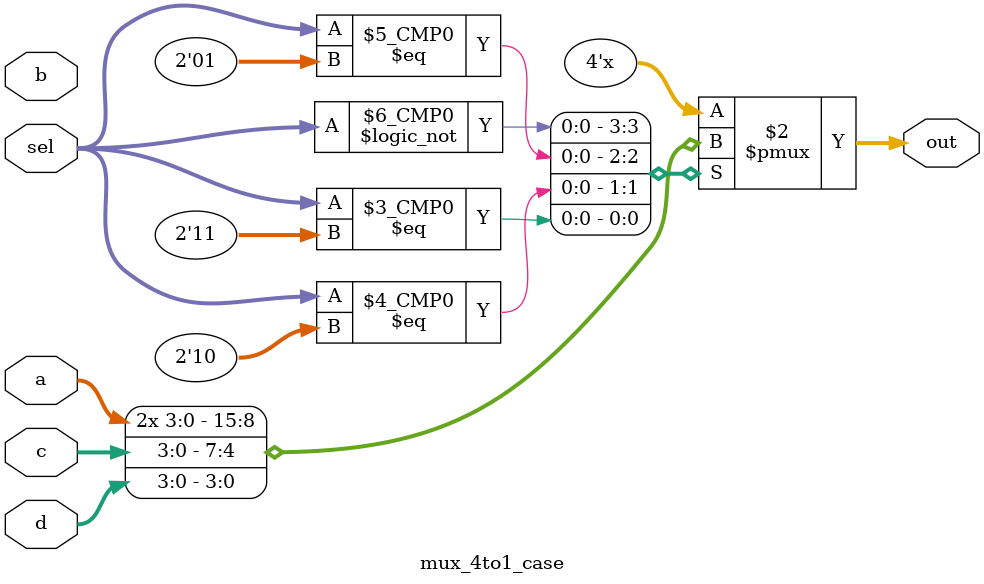
<source format=v>
module mux_4to1_case ( input [3:0] a,                 // 4-bit input called a
                       input [3:0] b,                 // 4-bit input called b
                       input [3:0] c,                 // 4-bit input called c
                       input [3:0] d,                 // 4-bit input called d
                       input [1:0] sel,               // input sel used to select between a,b,c,d
                       output reg [3:0] out);         // 4-bit output based on input sel

   // This always block gets executed whenever a/b/c/d/sel changes value
   // When that happens, based on value in sel, output is assigned to either a/b/c/d
   always @ (a or b or c or d or sel) begin
      case (sel)
         2'b00 : out <= a;
         2'b01 : out <= a;
         2'b10 : out <= c;
         2'b11 : out <= d;
      endcase
   end
endmodule

</source>
